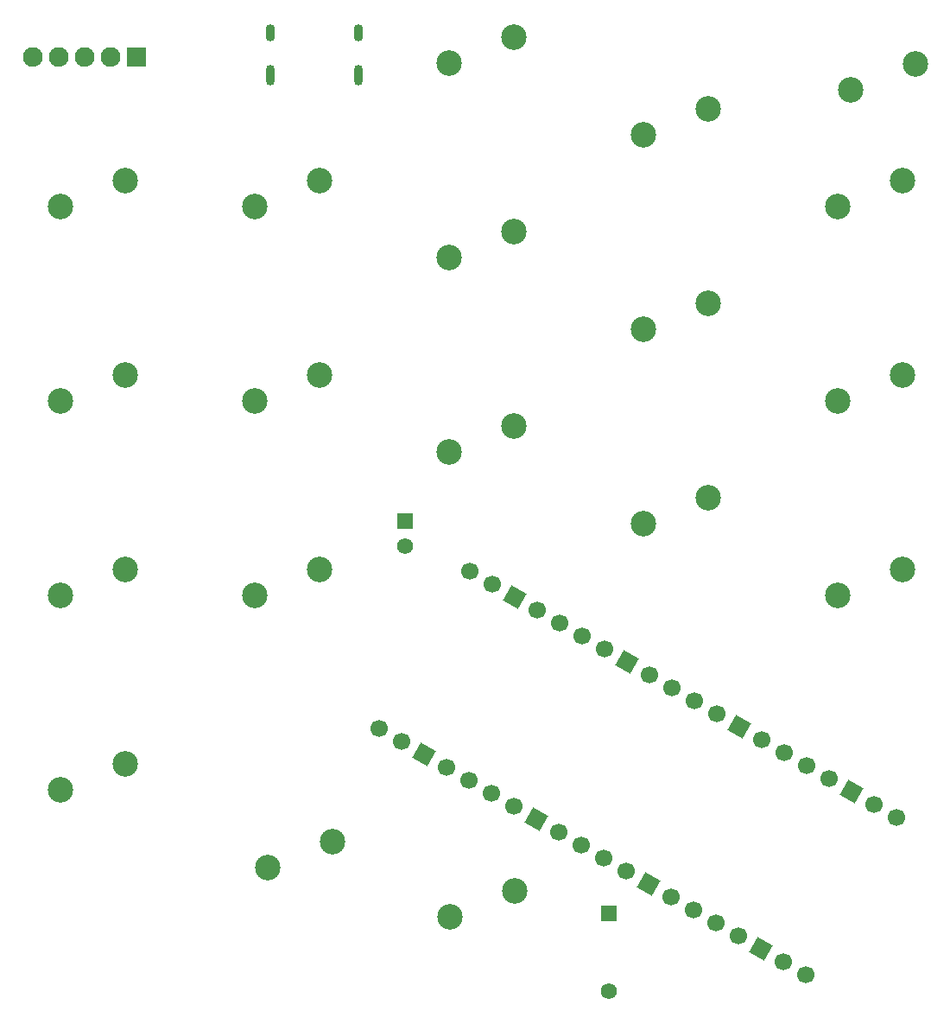
<source format=gbr>
%TF.GenerationSoftware,KiCad,Pcbnew,7.0.9-7.0.9~ubuntu22.04.1*%
%TF.CreationDate,2023-12-10T17:10:43+03:00*%
%TF.ProjectId,Keeb,4b656562-2e6b-4696-9361-645f70636258,rev?*%
%TF.SameCoordinates,Original*%
%TF.FileFunction,Copper,L1,Top*%
%TF.FilePolarity,Positive*%
%FSLAX46Y46*%
G04 Gerber Fmt 4.6, Leading zero omitted, Abs format (unit mm)*
G04 Created by KiCad (PCBNEW 7.0.9-7.0.9~ubuntu22.04.1) date 2023-12-10 17:10:43*
%MOMM*%
%LPD*%
G01*
G04 APERTURE LIST*
G04 Aperture macros list*
%AMHorizOval*
0 Thick line with rounded ends*
0 $1 width*
0 $2 $3 position (X,Y) of the first rounded end (center of the circle)*
0 $4 $5 position (X,Y) of the second rounded end (center of the circle)*
0 Add line between two ends*
20,1,$1,$2,$3,$4,$5,0*
0 Add two circle primitives to create the rounded ends*
1,1,$1,$2,$3*
1,1,$1,$4,$5*%
%AMRotRect*
0 Rectangle, with rotation*
0 The origin of the aperture is its center*
0 $1 length*
0 $2 width*
0 $3 Rotation angle, in degrees counterclockwise*
0 Add horizontal line*
21,1,$1,$2,0,0,$3*%
G04 Aperture macros list end*
%TA.AperFunction,ComponentPad*%
%ADD10C,2.500000*%
%TD*%
%TA.AperFunction,ComponentPad*%
%ADD11HorizOval,1.700000X0.000000X0.000000X0.000000X0.000000X0*%
%TD*%
%TA.AperFunction,ComponentPad*%
%ADD12RotRect,1.700000X1.700000X60.000000*%
%TD*%
%TA.AperFunction,ComponentPad*%
%ADD13R,1.580000X1.580000*%
%TD*%
%TA.AperFunction,ComponentPad*%
%ADD14C,1.580000*%
%TD*%
%TA.AperFunction,ComponentPad*%
%ADD15C,1.930400*%
%TD*%
%TA.AperFunction,ComponentPad*%
%ADD16R,1.930400X1.930400*%
%TD*%
%TA.AperFunction,ComponentPad*%
%ADD17R,1.575000X1.575000*%
%TD*%
%TA.AperFunction,ComponentPad*%
%ADD18C,1.575000*%
%TD*%
%TA.AperFunction,ComponentPad*%
%ADD19O,0.900000X2.000000*%
%TD*%
%TA.AperFunction,ComponentPad*%
%ADD20O,0.900000X1.700000*%
%TD*%
%TA.AperFunction,Conductor*%
%ADD21C,0.250000*%
%TD*%
G04 APERTURE END LIST*
D10*
%TO.P,SW3,1*%
%TO.N,GND*%
X184515000Y-53077944D03*
%TO.P,SW3,2*%
%TO.N,26*%
X190865000Y-50537944D03*
%TD*%
%TO.P,SW4,1*%
%TO.N,GND*%
X184515000Y-72127944D03*
%TO.P,SW4,2*%
%TO.N,27*%
X190865000Y-69587944D03*
%TD*%
%TO.P,SW5,1*%
%TO.N,28*%
X184515000Y-91177944D03*
%TO.P,SW5,2*%
%TO.N,GND*%
X190865000Y-88637944D03*
%TD*%
%TO.P,SW6,1*%
%TO.N,19*%
X165465000Y-46027944D03*
%TO.P,SW6,2*%
%TO.N,GND*%
X171815000Y-43487944D03*
%TD*%
%TO.P,SW7,1*%
%TO.N,20*%
X165465000Y-65077944D03*
%TO.P,SW7,2*%
%TO.N,GND*%
X171815000Y-62537944D03*
%TD*%
%TO.P,SW8,1*%
%TO.N,21*%
X165465000Y-84127944D03*
%TO.P,SW8,2*%
%TO.N,GND*%
X171815000Y-81587944D03*
%TD*%
%TO.P,SW9,1*%
%TO.N,18*%
X146415000Y-38977944D03*
%TO.P,SW9,2*%
%TO.N,GND*%
X152765000Y-36437944D03*
%TD*%
%TO.P,SW10,1*%
%TO.N,17*%
X146415000Y-58027944D03*
%TO.P,SW10,2*%
%TO.N,GND*%
X152765000Y-55487944D03*
%TD*%
%TO.P,SW11,1*%
%TO.N,16*%
X146415000Y-77077944D03*
%TO.P,SW11,2*%
%TO.N,GND*%
X152765000Y-74537944D03*
%TD*%
%TO.P,SW13,1*%
%TO.N,GND*%
X127365000Y-53077944D03*
%TO.P,SW13,2*%
%TO.N,13*%
X133715000Y-50537944D03*
%TD*%
%TO.P,SW14,1*%
%TO.N,GND*%
X127365000Y-72127944D03*
%TO.P,SW14,2*%
%TO.N,10*%
X133715000Y-69587944D03*
%TD*%
%TO.P,SW15,1*%
%TO.N,GND*%
X127365000Y-91177944D03*
%TO.P,SW15,2*%
%TO.N,11*%
X133715000Y-88637944D03*
%TD*%
%TO.P,SW16,1*%
%TO.N,4*%
X134985000Y-115307944D03*
%TO.P,SW16,2*%
%TO.N,GND*%
X128635000Y-117847944D03*
%TD*%
%TO.P,SW17,1*%
%TO.N,GND*%
X108315000Y-53077944D03*
%TO.P,SW17,2*%
%TO.N,12*%
X114665000Y-50537944D03*
%TD*%
%TO.P,SW18,1*%
%TO.N,GND*%
X108315000Y-72127944D03*
%TO.P,SW18,2*%
%TO.N,5*%
X114665000Y-69587944D03*
%TD*%
%TO.P,SW19,1*%
%TO.N,GND*%
X108315000Y-91177944D03*
%TO.P,SW19,2*%
%TO.N,3*%
X114665000Y-88637944D03*
%TD*%
%TO.P,SW20,1*%
%TO.N,GND*%
X108315000Y-110227944D03*
%TO.P,SW20,2*%
%TO.N,0*%
X114665000Y-107687944D03*
%TD*%
%TO.P,SW2,1*%
%TO.N,22*%
X192135000Y-39107944D03*
%TO.P,SW2,2*%
%TO.N,GND*%
X185785000Y-41647944D03*
%TD*%
%TO.P,SW1,1*%
%TO.N,1*%
X146490000Y-122632944D03*
%TO.P,SW1,2*%
%TO.N,GND*%
X152840000Y-120092944D03*
%TD*%
D11*
%TO.P,U1,1,GPIO0*%
%TO.N,0*%
X181374140Y-128298854D03*
%TO.P,U1,2,GPIO1*%
%TO.N,1*%
X179174435Y-127028854D03*
D12*
%TO.P,U1,3,GND*%
%TO.N,GND*%
X176974731Y-125758854D03*
D11*
%TO.P,U1,4,GPIO2*%
%TO.N,2*%
X174775026Y-124488854D03*
%TO.P,U1,5,GPIO3*%
%TO.N,3*%
X172575322Y-123218854D03*
%TO.P,U1,6,GPIO4*%
%TO.N,4*%
X170375617Y-121948854D03*
%TO.P,U1,7,GPIO5*%
%TO.N,5*%
X168175913Y-120678854D03*
D12*
%TO.P,U1,8,GND*%
%TO.N,GND*%
X165976208Y-119408854D03*
D11*
%TO.P,U1,9,GPIO6*%
%TO.N,6*%
X163776504Y-118138854D03*
%TO.P,U1,10,GPIO7*%
%TO.N,7*%
X161576799Y-116868854D03*
%TO.P,U1,11,GPIO8*%
%TO.N,8*%
X159377095Y-115598854D03*
%TO.P,U1,12,GPIO9*%
%TO.N,9*%
X157177390Y-114328854D03*
D12*
%TO.P,U1,13,GND*%
%TO.N,GND*%
X154977686Y-113058854D03*
D11*
%TO.P,U1,14,GPIO10*%
%TO.N,10*%
X152777981Y-111788854D03*
%TO.P,U1,15,GPIO11*%
%TO.N,11*%
X150578277Y-110518854D03*
%TO.P,U1,16,GPIO12*%
%TO.N,12*%
X148378572Y-109248854D03*
%TO.P,U1,17,GPIO13*%
%TO.N,13*%
X146178868Y-107978854D03*
D12*
%TO.P,U1,18,GND*%
%TO.N,GND*%
X143979163Y-106708854D03*
D11*
%TO.P,U1,19,GPIO14*%
%TO.N,14*%
X141779459Y-105438854D03*
%TO.P,U1,20,GPIO15*%
%TO.N,15*%
X139579754Y-104168854D03*
%TO.P,U1,21,GPIO16*%
%TO.N,16*%
X148469754Y-88770922D03*
%TO.P,U1,22,GPIO17*%
%TO.N,17*%
X150669459Y-90040922D03*
D12*
%TO.P,U1,23,GND*%
%TO.N,GND*%
X152869163Y-91310922D03*
D11*
%TO.P,U1,24,GPIO18*%
%TO.N,18*%
X155068868Y-92580922D03*
%TO.P,U1,25,GPIO19*%
%TO.N,19*%
X157268572Y-93850922D03*
%TO.P,U1,26,GPIO20*%
%TO.N,20*%
X159468277Y-95120922D03*
%TO.P,U1,27,GPIO21*%
%TO.N,21*%
X161667981Y-96390922D03*
D12*
%TO.P,U1,28,GND*%
%TO.N,GND*%
X163867686Y-97660922D03*
D11*
%TO.P,U1,29,GPIO22*%
%TO.N,22*%
X166067390Y-98930922D03*
%TO.P,U1,30,RUN*%
%TO.N,unconnected-(U1-RUN-Pad30)*%
X168267095Y-100200922D03*
%TO.P,U1,31,GPIO26_ADC0*%
%TO.N,26*%
X170466799Y-101470922D03*
%TO.P,U1,32,GPIO27_ADC1*%
%TO.N,27*%
X172666504Y-102740922D03*
D12*
%TO.P,U1,33,AGND*%
%TO.N,GND*%
X174866208Y-104010922D03*
D11*
%TO.P,U1,34,GPIO28_ADC2*%
%TO.N,28*%
X177065913Y-105280922D03*
%TO.P,U1,35,ADC_VREF*%
%TO.N,unconnected-(U1-ADC_VREF-Pad35)*%
X179265617Y-106550922D03*
%TO.P,U1,36,3V3*%
%TO.N,unconnected-(U1-3V3-Pad36)*%
X181465322Y-107820922D03*
%TO.P,U1,37,3V3_EN*%
%TO.N,unconnected-(U1-3V3_EN-Pad37)*%
X183665026Y-109090922D03*
D12*
%TO.P,U1,38,GND*%
%TO.N,GND*%
X185864731Y-110360922D03*
D11*
%TO.P,U1,39,VSYS*%
%TO.N,VSYS*%
X188064435Y-111630922D03*
%TO.P,U1,40,VBUS*%
%TO.N,3v3*%
X190264140Y-112900922D03*
%TD*%
D13*
%TO.P,S1,1A*%
%TO.N,GND*%
X162140000Y-122342944D03*
D14*
%TO.P,S1,1B*%
%TO.N,Net-(J2-Pad2)*%
X162140000Y-129962944D03*
%TD*%
D15*
%TO.P,U2,CLK,CLK*%
%TO.N,7*%
X105600000Y-38372944D03*
%TO.P,U2,DT,DT*%
%TO.N,8*%
X108140000Y-38372944D03*
D16*
%TO.P,U2,GND,GND*%
%TO.N,GND*%
X115760000Y-38372944D03*
D15*
%TO.P,U2,SW,SW*%
%TO.N,9*%
X110680000Y-38372944D03*
%TO.P,U2,VCC,VCC*%
%TO.N,3v3*%
X113220000Y-38372944D03*
%TD*%
D17*
%TO.P,J2,1,1*%
%TO.N,VSYS*%
X142145000Y-83862944D03*
D18*
%TO.P,J2,2,2*%
%TO.N,Net-(J2-Pad2)*%
X142145000Y-86362944D03*
%TD*%
D19*
%TO.P,J1,S1,SHIELD*%
%TO.N,Net-(J1-SHIELD-PadS1)*%
X128940000Y-40210000D03*
%TO.P,J1,S2,SHIELD*%
X137590000Y-40210000D03*
D20*
%TO.P,J1,S3,SHIELD*%
X128940000Y-36040000D03*
%TO.P,J1,S4,SHIELD*%
X137590000Y-36040000D03*
%TD*%
D21*
%TO.N,Net-(J2-Pad2)*%
X162140000Y-129962944D02*
X162566250Y-130389194D01*
%TD*%
M02*

</source>
